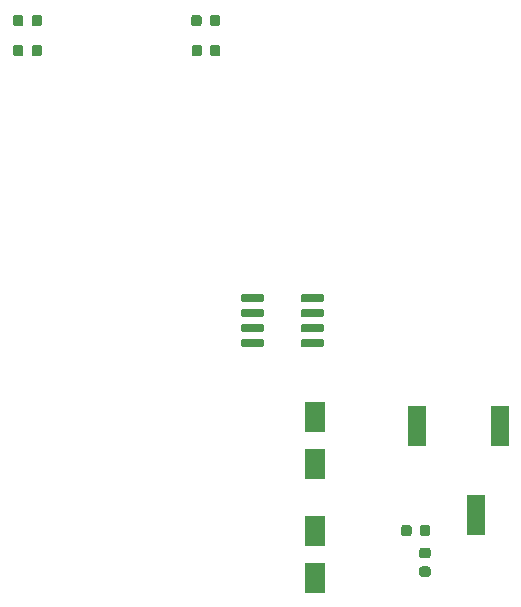
<source format=gbr>
G04 #@! TF.GenerationSoftware,KiCad,Pcbnew,(5.1.4)-1*
G04 #@! TF.CreationDate,2019-09-15T22:00:30-07:00*
G04 #@! TF.ProjectId,vacuum_pickup_tool,76616375-756d-45f7-9069-636b75705f74,rev?*
G04 #@! TF.SameCoordinates,Original*
G04 #@! TF.FileFunction,Paste,Top*
G04 #@! TF.FilePolarity,Positive*
%FSLAX46Y46*%
G04 Gerber Fmt 4.6, Leading zero omitted, Abs format (unit mm)*
G04 Created by KiCad (PCBNEW (5.1.4)-1) date 2019-09-15 22:00:30*
%MOMM*%
%LPD*%
G04 APERTURE LIST*
%ADD10R,1.800000X2.500000*%
%ADD11C,0.100000*%
%ADD12C,0.875000*%
%ADD13R,1.500000X3.500000*%
%ADD14C,0.650000*%
G04 APERTURE END LIST*
D10*
X35814000Y-40100000D03*
X35814000Y-36100000D03*
D11*
G36*
X12457691Y-4606053D02*
G01*
X12478926Y-4609203D01*
X12499750Y-4614419D01*
X12519962Y-4621651D01*
X12539368Y-4630830D01*
X12557781Y-4641866D01*
X12575024Y-4654654D01*
X12590930Y-4669070D01*
X12605346Y-4684976D01*
X12618134Y-4702219D01*
X12629170Y-4720632D01*
X12638349Y-4740038D01*
X12645581Y-4760250D01*
X12650797Y-4781074D01*
X12653947Y-4802309D01*
X12655000Y-4823750D01*
X12655000Y-5336250D01*
X12653947Y-5357691D01*
X12650797Y-5378926D01*
X12645581Y-5399750D01*
X12638349Y-5419962D01*
X12629170Y-5439368D01*
X12618134Y-5457781D01*
X12605346Y-5475024D01*
X12590930Y-5490930D01*
X12575024Y-5505346D01*
X12557781Y-5518134D01*
X12539368Y-5529170D01*
X12519962Y-5538349D01*
X12499750Y-5545581D01*
X12478926Y-5550797D01*
X12457691Y-5553947D01*
X12436250Y-5555000D01*
X11998750Y-5555000D01*
X11977309Y-5553947D01*
X11956074Y-5550797D01*
X11935250Y-5545581D01*
X11915038Y-5538349D01*
X11895632Y-5529170D01*
X11877219Y-5518134D01*
X11859976Y-5505346D01*
X11844070Y-5490930D01*
X11829654Y-5475024D01*
X11816866Y-5457781D01*
X11805830Y-5439368D01*
X11796651Y-5419962D01*
X11789419Y-5399750D01*
X11784203Y-5378926D01*
X11781053Y-5357691D01*
X11780000Y-5336250D01*
X11780000Y-4823750D01*
X11781053Y-4802309D01*
X11784203Y-4781074D01*
X11789419Y-4760250D01*
X11796651Y-4740038D01*
X11805830Y-4720632D01*
X11816866Y-4702219D01*
X11829654Y-4684976D01*
X11844070Y-4669070D01*
X11859976Y-4654654D01*
X11877219Y-4641866D01*
X11895632Y-4630830D01*
X11915038Y-4621651D01*
X11935250Y-4614419D01*
X11956074Y-4609203D01*
X11977309Y-4606053D01*
X11998750Y-4605000D01*
X12436250Y-4605000D01*
X12457691Y-4606053D01*
X12457691Y-4606053D01*
G37*
D12*
X12217500Y-5080000D03*
D11*
G36*
X10882691Y-4606053D02*
G01*
X10903926Y-4609203D01*
X10924750Y-4614419D01*
X10944962Y-4621651D01*
X10964368Y-4630830D01*
X10982781Y-4641866D01*
X11000024Y-4654654D01*
X11015930Y-4669070D01*
X11030346Y-4684976D01*
X11043134Y-4702219D01*
X11054170Y-4720632D01*
X11063349Y-4740038D01*
X11070581Y-4760250D01*
X11075797Y-4781074D01*
X11078947Y-4802309D01*
X11080000Y-4823750D01*
X11080000Y-5336250D01*
X11078947Y-5357691D01*
X11075797Y-5378926D01*
X11070581Y-5399750D01*
X11063349Y-5419962D01*
X11054170Y-5439368D01*
X11043134Y-5457781D01*
X11030346Y-5475024D01*
X11015930Y-5490930D01*
X11000024Y-5505346D01*
X10982781Y-5518134D01*
X10964368Y-5529170D01*
X10944962Y-5538349D01*
X10924750Y-5545581D01*
X10903926Y-5550797D01*
X10882691Y-5553947D01*
X10861250Y-5555000D01*
X10423750Y-5555000D01*
X10402309Y-5553947D01*
X10381074Y-5550797D01*
X10360250Y-5545581D01*
X10340038Y-5538349D01*
X10320632Y-5529170D01*
X10302219Y-5518134D01*
X10284976Y-5505346D01*
X10269070Y-5490930D01*
X10254654Y-5475024D01*
X10241866Y-5457781D01*
X10230830Y-5439368D01*
X10221651Y-5419962D01*
X10214419Y-5399750D01*
X10209203Y-5378926D01*
X10206053Y-5357691D01*
X10205000Y-5336250D01*
X10205000Y-4823750D01*
X10206053Y-4802309D01*
X10209203Y-4781074D01*
X10214419Y-4760250D01*
X10221651Y-4740038D01*
X10230830Y-4720632D01*
X10241866Y-4702219D01*
X10254654Y-4684976D01*
X10269070Y-4669070D01*
X10284976Y-4654654D01*
X10302219Y-4641866D01*
X10320632Y-4630830D01*
X10340038Y-4621651D01*
X10360250Y-4614419D01*
X10381074Y-4609203D01*
X10402309Y-4606053D01*
X10423750Y-4605000D01*
X10861250Y-4605000D01*
X10882691Y-4606053D01*
X10882691Y-4606053D01*
G37*
D12*
X10642500Y-5080000D03*
D11*
G36*
X12457691Y-2066053D02*
G01*
X12478926Y-2069203D01*
X12499750Y-2074419D01*
X12519962Y-2081651D01*
X12539368Y-2090830D01*
X12557781Y-2101866D01*
X12575024Y-2114654D01*
X12590930Y-2129070D01*
X12605346Y-2144976D01*
X12618134Y-2162219D01*
X12629170Y-2180632D01*
X12638349Y-2200038D01*
X12645581Y-2220250D01*
X12650797Y-2241074D01*
X12653947Y-2262309D01*
X12655000Y-2283750D01*
X12655000Y-2796250D01*
X12653947Y-2817691D01*
X12650797Y-2838926D01*
X12645581Y-2859750D01*
X12638349Y-2879962D01*
X12629170Y-2899368D01*
X12618134Y-2917781D01*
X12605346Y-2935024D01*
X12590930Y-2950930D01*
X12575024Y-2965346D01*
X12557781Y-2978134D01*
X12539368Y-2989170D01*
X12519962Y-2998349D01*
X12499750Y-3005581D01*
X12478926Y-3010797D01*
X12457691Y-3013947D01*
X12436250Y-3015000D01*
X11998750Y-3015000D01*
X11977309Y-3013947D01*
X11956074Y-3010797D01*
X11935250Y-3005581D01*
X11915038Y-2998349D01*
X11895632Y-2989170D01*
X11877219Y-2978134D01*
X11859976Y-2965346D01*
X11844070Y-2950930D01*
X11829654Y-2935024D01*
X11816866Y-2917781D01*
X11805830Y-2899368D01*
X11796651Y-2879962D01*
X11789419Y-2859750D01*
X11784203Y-2838926D01*
X11781053Y-2817691D01*
X11780000Y-2796250D01*
X11780000Y-2283750D01*
X11781053Y-2262309D01*
X11784203Y-2241074D01*
X11789419Y-2220250D01*
X11796651Y-2200038D01*
X11805830Y-2180632D01*
X11816866Y-2162219D01*
X11829654Y-2144976D01*
X11844070Y-2129070D01*
X11859976Y-2114654D01*
X11877219Y-2101866D01*
X11895632Y-2090830D01*
X11915038Y-2081651D01*
X11935250Y-2074419D01*
X11956074Y-2069203D01*
X11977309Y-2066053D01*
X11998750Y-2065000D01*
X12436250Y-2065000D01*
X12457691Y-2066053D01*
X12457691Y-2066053D01*
G37*
D12*
X12217500Y-2540000D03*
D11*
G36*
X10882691Y-2066053D02*
G01*
X10903926Y-2069203D01*
X10924750Y-2074419D01*
X10944962Y-2081651D01*
X10964368Y-2090830D01*
X10982781Y-2101866D01*
X11000024Y-2114654D01*
X11015930Y-2129070D01*
X11030346Y-2144976D01*
X11043134Y-2162219D01*
X11054170Y-2180632D01*
X11063349Y-2200038D01*
X11070581Y-2220250D01*
X11075797Y-2241074D01*
X11078947Y-2262309D01*
X11080000Y-2283750D01*
X11080000Y-2796250D01*
X11078947Y-2817691D01*
X11075797Y-2838926D01*
X11070581Y-2859750D01*
X11063349Y-2879962D01*
X11054170Y-2899368D01*
X11043134Y-2917781D01*
X11030346Y-2935024D01*
X11015930Y-2950930D01*
X11000024Y-2965346D01*
X10982781Y-2978134D01*
X10964368Y-2989170D01*
X10944962Y-2998349D01*
X10924750Y-3005581D01*
X10903926Y-3010797D01*
X10882691Y-3013947D01*
X10861250Y-3015000D01*
X10423750Y-3015000D01*
X10402309Y-3013947D01*
X10381074Y-3010797D01*
X10360250Y-3005581D01*
X10340038Y-2998349D01*
X10320632Y-2989170D01*
X10302219Y-2978134D01*
X10284976Y-2965346D01*
X10269070Y-2950930D01*
X10254654Y-2935024D01*
X10241866Y-2917781D01*
X10230830Y-2899368D01*
X10221651Y-2879962D01*
X10214419Y-2859750D01*
X10209203Y-2838926D01*
X10206053Y-2817691D01*
X10205000Y-2796250D01*
X10205000Y-2283750D01*
X10206053Y-2262309D01*
X10209203Y-2241074D01*
X10214419Y-2220250D01*
X10221651Y-2200038D01*
X10230830Y-2180632D01*
X10241866Y-2162219D01*
X10254654Y-2144976D01*
X10269070Y-2129070D01*
X10284976Y-2114654D01*
X10302219Y-2101866D01*
X10320632Y-2090830D01*
X10340038Y-2081651D01*
X10360250Y-2074419D01*
X10381074Y-2069203D01*
X10402309Y-2066053D01*
X10423750Y-2065000D01*
X10861250Y-2065000D01*
X10882691Y-2066053D01*
X10882691Y-2066053D01*
G37*
D12*
X10642500Y-2540000D03*
D10*
X35814000Y-49720000D03*
X35814000Y-45720000D03*
D13*
X51435000Y-36890000D03*
X49435000Y-44390000D03*
X44435000Y-36890000D03*
D11*
G36*
X45325191Y-45246053D02*
G01*
X45346426Y-45249203D01*
X45367250Y-45254419D01*
X45387462Y-45261651D01*
X45406868Y-45270830D01*
X45425281Y-45281866D01*
X45442524Y-45294654D01*
X45458430Y-45309070D01*
X45472846Y-45324976D01*
X45485634Y-45342219D01*
X45496670Y-45360632D01*
X45505849Y-45380038D01*
X45513081Y-45400250D01*
X45518297Y-45421074D01*
X45521447Y-45442309D01*
X45522500Y-45463750D01*
X45522500Y-45976250D01*
X45521447Y-45997691D01*
X45518297Y-46018926D01*
X45513081Y-46039750D01*
X45505849Y-46059962D01*
X45496670Y-46079368D01*
X45485634Y-46097781D01*
X45472846Y-46115024D01*
X45458430Y-46130930D01*
X45442524Y-46145346D01*
X45425281Y-46158134D01*
X45406868Y-46169170D01*
X45387462Y-46178349D01*
X45367250Y-46185581D01*
X45346426Y-46190797D01*
X45325191Y-46193947D01*
X45303750Y-46195000D01*
X44866250Y-46195000D01*
X44844809Y-46193947D01*
X44823574Y-46190797D01*
X44802750Y-46185581D01*
X44782538Y-46178349D01*
X44763132Y-46169170D01*
X44744719Y-46158134D01*
X44727476Y-46145346D01*
X44711570Y-46130930D01*
X44697154Y-46115024D01*
X44684366Y-46097781D01*
X44673330Y-46079368D01*
X44664151Y-46059962D01*
X44656919Y-46039750D01*
X44651703Y-46018926D01*
X44648553Y-45997691D01*
X44647500Y-45976250D01*
X44647500Y-45463750D01*
X44648553Y-45442309D01*
X44651703Y-45421074D01*
X44656919Y-45400250D01*
X44664151Y-45380038D01*
X44673330Y-45360632D01*
X44684366Y-45342219D01*
X44697154Y-45324976D01*
X44711570Y-45309070D01*
X44727476Y-45294654D01*
X44744719Y-45281866D01*
X44763132Y-45270830D01*
X44782538Y-45261651D01*
X44802750Y-45254419D01*
X44823574Y-45249203D01*
X44844809Y-45246053D01*
X44866250Y-45245000D01*
X45303750Y-45245000D01*
X45325191Y-45246053D01*
X45325191Y-45246053D01*
G37*
D12*
X45085000Y-45720000D03*
D11*
G36*
X43750191Y-45246053D02*
G01*
X43771426Y-45249203D01*
X43792250Y-45254419D01*
X43812462Y-45261651D01*
X43831868Y-45270830D01*
X43850281Y-45281866D01*
X43867524Y-45294654D01*
X43883430Y-45309070D01*
X43897846Y-45324976D01*
X43910634Y-45342219D01*
X43921670Y-45360632D01*
X43930849Y-45380038D01*
X43938081Y-45400250D01*
X43943297Y-45421074D01*
X43946447Y-45442309D01*
X43947500Y-45463750D01*
X43947500Y-45976250D01*
X43946447Y-45997691D01*
X43943297Y-46018926D01*
X43938081Y-46039750D01*
X43930849Y-46059962D01*
X43921670Y-46079368D01*
X43910634Y-46097781D01*
X43897846Y-46115024D01*
X43883430Y-46130930D01*
X43867524Y-46145346D01*
X43850281Y-46158134D01*
X43831868Y-46169170D01*
X43812462Y-46178349D01*
X43792250Y-46185581D01*
X43771426Y-46190797D01*
X43750191Y-46193947D01*
X43728750Y-46195000D01*
X43291250Y-46195000D01*
X43269809Y-46193947D01*
X43248574Y-46190797D01*
X43227750Y-46185581D01*
X43207538Y-46178349D01*
X43188132Y-46169170D01*
X43169719Y-46158134D01*
X43152476Y-46145346D01*
X43136570Y-46130930D01*
X43122154Y-46115024D01*
X43109366Y-46097781D01*
X43098330Y-46079368D01*
X43089151Y-46059962D01*
X43081919Y-46039750D01*
X43076703Y-46018926D01*
X43073553Y-45997691D01*
X43072500Y-45976250D01*
X43072500Y-45463750D01*
X43073553Y-45442309D01*
X43076703Y-45421074D01*
X43081919Y-45400250D01*
X43089151Y-45380038D01*
X43098330Y-45360632D01*
X43109366Y-45342219D01*
X43122154Y-45324976D01*
X43136570Y-45309070D01*
X43152476Y-45294654D01*
X43169719Y-45281866D01*
X43188132Y-45270830D01*
X43207538Y-45261651D01*
X43227750Y-45254419D01*
X43248574Y-45249203D01*
X43269809Y-45246053D01*
X43291250Y-45245000D01*
X43728750Y-45245000D01*
X43750191Y-45246053D01*
X43750191Y-45246053D01*
G37*
D12*
X43510000Y-45720000D03*
D11*
G36*
X25995691Y-4606053D02*
G01*
X26016926Y-4609203D01*
X26037750Y-4614419D01*
X26057962Y-4621651D01*
X26077368Y-4630830D01*
X26095781Y-4641866D01*
X26113024Y-4654654D01*
X26128930Y-4669070D01*
X26143346Y-4684976D01*
X26156134Y-4702219D01*
X26167170Y-4720632D01*
X26176349Y-4740038D01*
X26183581Y-4760250D01*
X26188797Y-4781074D01*
X26191947Y-4802309D01*
X26193000Y-4823750D01*
X26193000Y-5336250D01*
X26191947Y-5357691D01*
X26188797Y-5378926D01*
X26183581Y-5399750D01*
X26176349Y-5419962D01*
X26167170Y-5439368D01*
X26156134Y-5457781D01*
X26143346Y-5475024D01*
X26128930Y-5490930D01*
X26113024Y-5505346D01*
X26095781Y-5518134D01*
X26077368Y-5529170D01*
X26057962Y-5538349D01*
X26037750Y-5545581D01*
X26016926Y-5550797D01*
X25995691Y-5553947D01*
X25974250Y-5555000D01*
X25536750Y-5555000D01*
X25515309Y-5553947D01*
X25494074Y-5550797D01*
X25473250Y-5545581D01*
X25453038Y-5538349D01*
X25433632Y-5529170D01*
X25415219Y-5518134D01*
X25397976Y-5505346D01*
X25382070Y-5490930D01*
X25367654Y-5475024D01*
X25354866Y-5457781D01*
X25343830Y-5439368D01*
X25334651Y-5419962D01*
X25327419Y-5399750D01*
X25322203Y-5378926D01*
X25319053Y-5357691D01*
X25318000Y-5336250D01*
X25318000Y-4823750D01*
X25319053Y-4802309D01*
X25322203Y-4781074D01*
X25327419Y-4760250D01*
X25334651Y-4740038D01*
X25343830Y-4720632D01*
X25354866Y-4702219D01*
X25367654Y-4684976D01*
X25382070Y-4669070D01*
X25397976Y-4654654D01*
X25415219Y-4641866D01*
X25433632Y-4630830D01*
X25453038Y-4621651D01*
X25473250Y-4614419D01*
X25494074Y-4609203D01*
X25515309Y-4606053D01*
X25536750Y-4605000D01*
X25974250Y-4605000D01*
X25995691Y-4606053D01*
X25995691Y-4606053D01*
G37*
D12*
X25755500Y-5080000D03*
D11*
G36*
X27570691Y-4606053D02*
G01*
X27591926Y-4609203D01*
X27612750Y-4614419D01*
X27632962Y-4621651D01*
X27652368Y-4630830D01*
X27670781Y-4641866D01*
X27688024Y-4654654D01*
X27703930Y-4669070D01*
X27718346Y-4684976D01*
X27731134Y-4702219D01*
X27742170Y-4720632D01*
X27751349Y-4740038D01*
X27758581Y-4760250D01*
X27763797Y-4781074D01*
X27766947Y-4802309D01*
X27768000Y-4823750D01*
X27768000Y-5336250D01*
X27766947Y-5357691D01*
X27763797Y-5378926D01*
X27758581Y-5399750D01*
X27751349Y-5419962D01*
X27742170Y-5439368D01*
X27731134Y-5457781D01*
X27718346Y-5475024D01*
X27703930Y-5490930D01*
X27688024Y-5505346D01*
X27670781Y-5518134D01*
X27652368Y-5529170D01*
X27632962Y-5538349D01*
X27612750Y-5545581D01*
X27591926Y-5550797D01*
X27570691Y-5553947D01*
X27549250Y-5555000D01*
X27111750Y-5555000D01*
X27090309Y-5553947D01*
X27069074Y-5550797D01*
X27048250Y-5545581D01*
X27028038Y-5538349D01*
X27008632Y-5529170D01*
X26990219Y-5518134D01*
X26972976Y-5505346D01*
X26957070Y-5490930D01*
X26942654Y-5475024D01*
X26929866Y-5457781D01*
X26918830Y-5439368D01*
X26909651Y-5419962D01*
X26902419Y-5399750D01*
X26897203Y-5378926D01*
X26894053Y-5357691D01*
X26893000Y-5336250D01*
X26893000Y-4823750D01*
X26894053Y-4802309D01*
X26897203Y-4781074D01*
X26902419Y-4760250D01*
X26909651Y-4740038D01*
X26918830Y-4720632D01*
X26929866Y-4702219D01*
X26942654Y-4684976D01*
X26957070Y-4669070D01*
X26972976Y-4654654D01*
X26990219Y-4641866D01*
X27008632Y-4630830D01*
X27028038Y-4621651D01*
X27048250Y-4614419D01*
X27069074Y-4609203D01*
X27090309Y-4606053D01*
X27111750Y-4605000D01*
X27549250Y-4605000D01*
X27570691Y-4606053D01*
X27570691Y-4606053D01*
G37*
D12*
X27330500Y-5080000D03*
D11*
G36*
X25970191Y-2066053D02*
G01*
X25991426Y-2069203D01*
X26012250Y-2074419D01*
X26032462Y-2081651D01*
X26051868Y-2090830D01*
X26070281Y-2101866D01*
X26087524Y-2114654D01*
X26103430Y-2129070D01*
X26117846Y-2144976D01*
X26130634Y-2162219D01*
X26141670Y-2180632D01*
X26150849Y-2200038D01*
X26158081Y-2220250D01*
X26163297Y-2241074D01*
X26166447Y-2262309D01*
X26167500Y-2283750D01*
X26167500Y-2796250D01*
X26166447Y-2817691D01*
X26163297Y-2838926D01*
X26158081Y-2859750D01*
X26150849Y-2879962D01*
X26141670Y-2899368D01*
X26130634Y-2917781D01*
X26117846Y-2935024D01*
X26103430Y-2950930D01*
X26087524Y-2965346D01*
X26070281Y-2978134D01*
X26051868Y-2989170D01*
X26032462Y-2998349D01*
X26012250Y-3005581D01*
X25991426Y-3010797D01*
X25970191Y-3013947D01*
X25948750Y-3015000D01*
X25511250Y-3015000D01*
X25489809Y-3013947D01*
X25468574Y-3010797D01*
X25447750Y-3005581D01*
X25427538Y-2998349D01*
X25408132Y-2989170D01*
X25389719Y-2978134D01*
X25372476Y-2965346D01*
X25356570Y-2950930D01*
X25342154Y-2935024D01*
X25329366Y-2917781D01*
X25318330Y-2899368D01*
X25309151Y-2879962D01*
X25301919Y-2859750D01*
X25296703Y-2838926D01*
X25293553Y-2817691D01*
X25292500Y-2796250D01*
X25292500Y-2283750D01*
X25293553Y-2262309D01*
X25296703Y-2241074D01*
X25301919Y-2220250D01*
X25309151Y-2200038D01*
X25318330Y-2180632D01*
X25329366Y-2162219D01*
X25342154Y-2144976D01*
X25356570Y-2129070D01*
X25372476Y-2114654D01*
X25389719Y-2101866D01*
X25408132Y-2090830D01*
X25427538Y-2081651D01*
X25447750Y-2074419D01*
X25468574Y-2069203D01*
X25489809Y-2066053D01*
X25511250Y-2065000D01*
X25948750Y-2065000D01*
X25970191Y-2066053D01*
X25970191Y-2066053D01*
G37*
D12*
X25730000Y-2540000D03*
D11*
G36*
X27545191Y-2066053D02*
G01*
X27566426Y-2069203D01*
X27587250Y-2074419D01*
X27607462Y-2081651D01*
X27626868Y-2090830D01*
X27645281Y-2101866D01*
X27662524Y-2114654D01*
X27678430Y-2129070D01*
X27692846Y-2144976D01*
X27705634Y-2162219D01*
X27716670Y-2180632D01*
X27725849Y-2200038D01*
X27733081Y-2220250D01*
X27738297Y-2241074D01*
X27741447Y-2262309D01*
X27742500Y-2283750D01*
X27742500Y-2796250D01*
X27741447Y-2817691D01*
X27738297Y-2838926D01*
X27733081Y-2859750D01*
X27725849Y-2879962D01*
X27716670Y-2899368D01*
X27705634Y-2917781D01*
X27692846Y-2935024D01*
X27678430Y-2950930D01*
X27662524Y-2965346D01*
X27645281Y-2978134D01*
X27626868Y-2989170D01*
X27607462Y-2998349D01*
X27587250Y-3005581D01*
X27566426Y-3010797D01*
X27545191Y-3013947D01*
X27523750Y-3015000D01*
X27086250Y-3015000D01*
X27064809Y-3013947D01*
X27043574Y-3010797D01*
X27022750Y-3005581D01*
X27002538Y-2998349D01*
X26983132Y-2989170D01*
X26964719Y-2978134D01*
X26947476Y-2965346D01*
X26931570Y-2950930D01*
X26917154Y-2935024D01*
X26904366Y-2917781D01*
X26893330Y-2899368D01*
X26884151Y-2879962D01*
X26876919Y-2859750D01*
X26871703Y-2838926D01*
X26868553Y-2817691D01*
X26867500Y-2796250D01*
X26867500Y-2283750D01*
X26868553Y-2262309D01*
X26871703Y-2241074D01*
X26876919Y-2220250D01*
X26884151Y-2200038D01*
X26893330Y-2180632D01*
X26904366Y-2162219D01*
X26917154Y-2144976D01*
X26931570Y-2129070D01*
X26947476Y-2114654D01*
X26964719Y-2101866D01*
X26983132Y-2090830D01*
X27002538Y-2081651D01*
X27022750Y-2074419D01*
X27043574Y-2069203D01*
X27064809Y-2066053D01*
X27086250Y-2065000D01*
X27523750Y-2065000D01*
X27545191Y-2066053D01*
X27545191Y-2066053D01*
G37*
D12*
X27305000Y-2540000D03*
D11*
G36*
X45362691Y-48763553D02*
G01*
X45383926Y-48766703D01*
X45404750Y-48771919D01*
X45424962Y-48779151D01*
X45444368Y-48788330D01*
X45462781Y-48799366D01*
X45480024Y-48812154D01*
X45495930Y-48826570D01*
X45510346Y-48842476D01*
X45523134Y-48859719D01*
X45534170Y-48878132D01*
X45543349Y-48897538D01*
X45550581Y-48917750D01*
X45555797Y-48938574D01*
X45558947Y-48959809D01*
X45560000Y-48981250D01*
X45560000Y-49418750D01*
X45558947Y-49440191D01*
X45555797Y-49461426D01*
X45550581Y-49482250D01*
X45543349Y-49502462D01*
X45534170Y-49521868D01*
X45523134Y-49540281D01*
X45510346Y-49557524D01*
X45495930Y-49573430D01*
X45480024Y-49587846D01*
X45462781Y-49600634D01*
X45444368Y-49611670D01*
X45424962Y-49620849D01*
X45404750Y-49628081D01*
X45383926Y-49633297D01*
X45362691Y-49636447D01*
X45341250Y-49637500D01*
X44828750Y-49637500D01*
X44807309Y-49636447D01*
X44786074Y-49633297D01*
X44765250Y-49628081D01*
X44745038Y-49620849D01*
X44725632Y-49611670D01*
X44707219Y-49600634D01*
X44689976Y-49587846D01*
X44674070Y-49573430D01*
X44659654Y-49557524D01*
X44646866Y-49540281D01*
X44635830Y-49521868D01*
X44626651Y-49502462D01*
X44619419Y-49482250D01*
X44614203Y-49461426D01*
X44611053Y-49440191D01*
X44610000Y-49418750D01*
X44610000Y-48981250D01*
X44611053Y-48959809D01*
X44614203Y-48938574D01*
X44619419Y-48917750D01*
X44626651Y-48897538D01*
X44635830Y-48878132D01*
X44646866Y-48859719D01*
X44659654Y-48842476D01*
X44674070Y-48826570D01*
X44689976Y-48812154D01*
X44707219Y-48799366D01*
X44725632Y-48788330D01*
X44745038Y-48779151D01*
X44765250Y-48771919D01*
X44786074Y-48766703D01*
X44807309Y-48763553D01*
X44828750Y-48762500D01*
X45341250Y-48762500D01*
X45362691Y-48763553D01*
X45362691Y-48763553D01*
G37*
D12*
X45085000Y-49200000D03*
D11*
G36*
X45362691Y-47188553D02*
G01*
X45383926Y-47191703D01*
X45404750Y-47196919D01*
X45424962Y-47204151D01*
X45444368Y-47213330D01*
X45462781Y-47224366D01*
X45480024Y-47237154D01*
X45495930Y-47251570D01*
X45510346Y-47267476D01*
X45523134Y-47284719D01*
X45534170Y-47303132D01*
X45543349Y-47322538D01*
X45550581Y-47342750D01*
X45555797Y-47363574D01*
X45558947Y-47384809D01*
X45560000Y-47406250D01*
X45560000Y-47843750D01*
X45558947Y-47865191D01*
X45555797Y-47886426D01*
X45550581Y-47907250D01*
X45543349Y-47927462D01*
X45534170Y-47946868D01*
X45523134Y-47965281D01*
X45510346Y-47982524D01*
X45495930Y-47998430D01*
X45480024Y-48012846D01*
X45462781Y-48025634D01*
X45444368Y-48036670D01*
X45424962Y-48045849D01*
X45404750Y-48053081D01*
X45383926Y-48058297D01*
X45362691Y-48061447D01*
X45341250Y-48062500D01*
X44828750Y-48062500D01*
X44807309Y-48061447D01*
X44786074Y-48058297D01*
X44765250Y-48053081D01*
X44745038Y-48045849D01*
X44725632Y-48036670D01*
X44707219Y-48025634D01*
X44689976Y-48012846D01*
X44674070Y-47998430D01*
X44659654Y-47982524D01*
X44646866Y-47965281D01*
X44635830Y-47946868D01*
X44626651Y-47927462D01*
X44619419Y-47907250D01*
X44614203Y-47886426D01*
X44611053Y-47865191D01*
X44610000Y-47843750D01*
X44610000Y-47406250D01*
X44611053Y-47384809D01*
X44614203Y-47363574D01*
X44619419Y-47342750D01*
X44626651Y-47322538D01*
X44635830Y-47303132D01*
X44646866Y-47284719D01*
X44659654Y-47267476D01*
X44674070Y-47251570D01*
X44689976Y-47237154D01*
X44707219Y-47224366D01*
X44725632Y-47213330D01*
X44745038Y-47204151D01*
X44765250Y-47196919D01*
X44786074Y-47191703D01*
X44807309Y-47188553D01*
X44828750Y-47187500D01*
X45341250Y-47187500D01*
X45362691Y-47188553D01*
X45362691Y-47188553D01*
G37*
D12*
X45085000Y-47625000D03*
D11*
G36*
X36398428Y-25710782D02*
G01*
X36414202Y-25713122D01*
X36429671Y-25716997D01*
X36444686Y-25722370D01*
X36459102Y-25729188D01*
X36472780Y-25737386D01*
X36485589Y-25746886D01*
X36497405Y-25757595D01*
X36508114Y-25769411D01*
X36517614Y-25782220D01*
X36525812Y-25795898D01*
X36532630Y-25810314D01*
X36538003Y-25825329D01*
X36541878Y-25840798D01*
X36544218Y-25856572D01*
X36545000Y-25872500D01*
X36545000Y-26197500D01*
X36544218Y-26213428D01*
X36541878Y-26229202D01*
X36538003Y-26244671D01*
X36532630Y-26259686D01*
X36525812Y-26274102D01*
X36517614Y-26287780D01*
X36508114Y-26300589D01*
X36497405Y-26312405D01*
X36485589Y-26323114D01*
X36472780Y-26332614D01*
X36459102Y-26340812D01*
X36444686Y-26347630D01*
X36429671Y-26353003D01*
X36414202Y-26356878D01*
X36398428Y-26359218D01*
X36382500Y-26360000D01*
X34732500Y-26360000D01*
X34716572Y-26359218D01*
X34700798Y-26356878D01*
X34685329Y-26353003D01*
X34670314Y-26347630D01*
X34655898Y-26340812D01*
X34642220Y-26332614D01*
X34629411Y-26323114D01*
X34617595Y-26312405D01*
X34606886Y-26300589D01*
X34597386Y-26287780D01*
X34589188Y-26274102D01*
X34582370Y-26259686D01*
X34576997Y-26244671D01*
X34573122Y-26229202D01*
X34570782Y-26213428D01*
X34570000Y-26197500D01*
X34570000Y-25872500D01*
X34570782Y-25856572D01*
X34573122Y-25840798D01*
X34576997Y-25825329D01*
X34582370Y-25810314D01*
X34589188Y-25795898D01*
X34597386Y-25782220D01*
X34606886Y-25769411D01*
X34617595Y-25757595D01*
X34629411Y-25746886D01*
X34642220Y-25737386D01*
X34655898Y-25729188D01*
X34670314Y-25722370D01*
X34685329Y-25716997D01*
X34700798Y-25713122D01*
X34716572Y-25710782D01*
X34732500Y-25710000D01*
X36382500Y-25710000D01*
X36398428Y-25710782D01*
X36398428Y-25710782D01*
G37*
D14*
X35557500Y-26035000D03*
D11*
G36*
X36398428Y-26980782D02*
G01*
X36414202Y-26983122D01*
X36429671Y-26986997D01*
X36444686Y-26992370D01*
X36459102Y-26999188D01*
X36472780Y-27007386D01*
X36485589Y-27016886D01*
X36497405Y-27027595D01*
X36508114Y-27039411D01*
X36517614Y-27052220D01*
X36525812Y-27065898D01*
X36532630Y-27080314D01*
X36538003Y-27095329D01*
X36541878Y-27110798D01*
X36544218Y-27126572D01*
X36545000Y-27142500D01*
X36545000Y-27467500D01*
X36544218Y-27483428D01*
X36541878Y-27499202D01*
X36538003Y-27514671D01*
X36532630Y-27529686D01*
X36525812Y-27544102D01*
X36517614Y-27557780D01*
X36508114Y-27570589D01*
X36497405Y-27582405D01*
X36485589Y-27593114D01*
X36472780Y-27602614D01*
X36459102Y-27610812D01*
X36444686Y-27617630D01*
X36429671Y-27623003D01*
X36414202Y-27626878D01*
X36398428Y-27629218D01*
X36382500Y-27630000D01*
X34732500Y-27630000D01*
X34716572Y-27629218D01*
X34700798Y-27626878D01*
X34685329Y-27623003D01*
X34670314Y-27617630D01*
X34655898Y-27610812D01*
X34642220Y-27602614D01*
X34629411Y-27593114D01*
X34617595Y-27582405D01*
X34606886Y-27570589D01*
X34597386Y-27557780D01*
X34589188Y-27544102D01*
X34582370Y-27529686D01*
X34576997Y-27514671D01*
X34573122Y-27499202D01*
X34570782Y-27483428D01*
X34570000Y-27467500D01*
X34570000Y-27142500D01*
X34570782Y-27126572D01*
X34573122Y-27110798D01*
X34576997Y-27095329D01*
X34582370Y-27080314D01*
X34589188Y-27065898D01*
X34597386Y-27052220D01*
X34606886Y-27039411D01*
X34617595Y-27027595D01*
X34629411Y-27016886D01*
X34642220Y-27007386D01*
X34655898Y-26999188D01*
X34670314Y-26992370D01*
X34685329Y-26986997D01*
X34700798Y-26983122D01*
X34716572Y-26980782D01*
X34732500Y-26980000D01*
X36382500Y-26980000D01*
X36398428Y-26980782D01*
X36398428Y-26980782D01*
G37*
D14*
X35557500Y-27305000D03*
D11*
G36*
X36398428Y-28250782D02*
G01*
X36414202Y-28253122D01*
X36429671Y-28256997D01*
X36444686Y-28262370D01*
X36459102Y-28269188D01*
X36472780Y-28277386D01*
X36485589Y-28286886D01*
X36497405Y-28297595D01*
X36508114Y-28309411D01*
X36517614Y-28322220D01*
X36525812Y-28335898D01*
X36532630Y-28350314D01*
X36538003Y-28365329D01*
X36541878Y-28380798D01*
X36544218Y-28396572D01*
X36545000Y-28412500D01*
X36545000Y-28737500D01*
X36544218Y-28753428D01*
X36541878Y-28769202D01*
X36538003Y-28784671D01*
X36532630Y-28799686D01*
X36525812Y-28814102D01*
X36517614Y-28827780D01*
X36508114Y-28840589D01*
X36497405Y-28852405D01*
X36485589Y-28863114D01*
X36472780Y-28872614D01*
X36459102Y-28880812D01*
X36444686Y-28887630D01*
X36429671Y-28893003D01*
X36414202Y-28896878D01*
X36398428Y-28899218D01*
X36382500Y-28900000D01*
X34732500Y-28900000D01*
X34716572Y-28899218D01*
X34700798Y-28896878D01*
X34685329Y-28893003D01*
X34670314Y-28887630D01*
X34655898Y-28880812D01*
X34642220Y-28872614D01*
X34629411Y-28863114D01*
X34617595Y-28852405D01*
X34606886Y-28840589D01*
X34597386Y-28827780D01*
X34589188Y-28814102D01*
X34582370Y-28799686D01*
X34576997Y-28784671D01*
X34573122Y-28769202D01*
X34570782Y-28753428D01*
X34570000Y-28737500D01*
X34570000Y-28412500D01*
X34570782Y-28396572D01*
X34573122Y-28380798D01*
X34576997Y-28365329D01*
X34582370Y-28350314D01*
X34589188Y-28335898D01*
X34597386Y-28322220D01*
X34606886Y-28309411D01*
X34617595Y-28297595D01*
X34629411Y-28286886D01*
X34642220Y-28277386D01*
X34655898Y-28269188D01*
X34670314Y-28262370D01*
X34685329Y-28256997D01*
X34700798Y-28253122D01*
X34716572Y-28250782D01*
X34732500Y-28250000D01*
X36382500Y-28250000D01*
X36398428Y-28250782D01*
X36398428Y-28250782D01*
G37*
D14*
X35557500Y-28575000D03*
D11*
G36*
X36398428Y-29520782D02*
G01*
X36414202Y-29523122D01*
X36429671Y-29526997D01*
X36444686Y-29532370D01*
X36459102Y-29539188D01*
X36472780Y-29547386D01*
X36485589Y-29556886D01*
X36497405Y-29567595D01*
X36508114Y-29579411D01*
X36517614Y-29592220D01*
X36525812Y-29605898D01*
X36532630Y-29620314D01*
X36538003Y-29635329D01*
X36541878Y-29650798D01*
X36544218Y-29666572D01*
X36545000Y-29682500D01*
X36545000Y-30007500D01*
X36544218Y-30023428D01*
X36541878Y-30039202D01*
X36538003Y-30054671D01*
X36532630Y-30069686D01*
X36525812Y-30084102D01*
X36517614Y-30097780D01*
X36508114Y-30110589D01*
X36497405Y-30122405D01*
X36485589Y-30133114D01*
X36472780Y-30142614D01*
X36459102Y-30150812D01*
X36444686Y-30157630D01*
X36429671Y-30163003D01*
X36414202Y-30166878D01*
X36398428Y-30169218D01*
X36382500Y-30170000D01*
X34732500Y-30170000D01*
X34716572Y-30169218D01*
X34700798Y-30166878D01*
X34685329Y-30163003D01*
X34670314Y-30157630D01*
X34655898Y-30150812D01*
X34642220Y-30142614D01*
X34629411Y-30133114D01*
X34617595Y-30122405D01*
X34606886Y-30110589D01*
X34597386Y-30097780D01*
X34589188Y-30084102D01*
X34582370Y-30069686D01*
X34576997Y-30054671D01*
X34573122Y-30039202D01*
X34570782Y-30023428D01*
X34570000Y-30007500D01*
X34570000Y-29682500D01*
X34570782Y-29666572D01*
X34573122Y-29650798D01*
X34576997Y-29635329D01*
X34582370Y-29620314D01*
X34589188Y-29605898D01*
X34597386Y-29592220D01*
X34606886Y-29579411D01*
X34617595Y-29567595D01*
X34629411Y-29556886D01*
X34642220Y-29547386D01*
X34655898Y-29539188D01*
X34670314Y-29532370D01*
X34685329Y-29526997D01*
X34700798Y-29523122D01*
X34716572Y-29520782D01*
X34732500Y-29520000D01*
X36382500Y-29520000D01*
X36398428Y-29520782D01*
X36398428Y-29520782D01*
G37*
D14*
X35557500Y-29845000D03*
D11*
G36*
X31323428Y-29520782D02*
G01*
X31339202Y-29523122D01*
X31354671Y-29526997D01*
X31369686Y-29532370D01*
X31384102Y-29539188D01*
X31397780Y-29547386D01*
X31410589Y-29556886D01*
X31422405Y-29567595D01*
X31433114Y-29579411D01*
X31442614Y-29592220D01*
X31450812Y-29605898D01*
X31457630Y-29620314D01*
X31463003Y-29635329D01*
X31466878Y-29650798D01*
X31469218Y-29666572D01*
X31470000Y-29682500D01*
X31470000Y-30007500D01*
X31469218Y-30023428D01*
X31466878Y-30039202D01*
X31463003Y-30054671D01*
X31457630Y-30069686D01*
X31450812Y-30084102D01*
X31442614Y-30097780D01*
X31433114Y-30110589D01*
X31422405Y-30122405D01*
X31410589Y-30133114D01*
X31397780Y-30142614D01*
X31384102Y-30150812D01*
X31369686Y-30157630D01*
X31354671Y-30163003D01*
X31339202Y-30166878D01*
X31323428Y-30169218D01*
X31307500Y-30170000D01*
X29657500Y-30170000D01*
X29641572Y-30169218D01*
X29625798Y-30166878D01*
X29610329Y-30163003D01*
X29595314Y-30157630D01*
X29580898Y-30150812D01*
X29567220Y-30142614D01*
X29554411Y-30133114D01*
X29542595Y-30122405D01*
X29531886Y-30110589D01*
X29522386Y-30097780D01*
X29514188Y-30084102D01*
X29507370Y-30069686D01*
X29501997Y-30054671D01*
X29498122Y-30039202D01*
X29495782Y-30023428D01*
X29495000Y-30007500D01*
X29495000Y-29682500D01*
X29495782Y-29666572D01*
X29498122Y-29650798D01*
X29501997Y-29635329D01*
X29507370Y-29620314D01*
X29514188Y-29605898D01*
X29522386Y-29592220D01*
X29531886Y-29579411D01*
X29542595Y-29567595D01*
X29554411Y-29556886D01*
X29567220Y-29547386D01*
X29580898Y-29539188D01*
X29595314Y-29532370D01*
X29610329Y-29526997D01*
X29625798Y-29523122D01*
X29641572Y-29520782D01*
X29657500Y-29520000D01*
X31307500Y-29520000D01*
X31323428Y-29520782D01*
X31323428Y-29520782D01*
G37*
D14*
X30482500Y-29845000D03*
D11*
G36*
X31323428Y-28250782D02*
G01*
X31339202Y-28253122D01*
X31354671Y-28256997D01*
X31369686Y-28262370D01*
X31384102Y-28269188D01*
X31397780Y-28277386D01*
X31410589Y-28286886D01*
X31422405Y-28297595D01*
X31433114Y-28309411D01*
X31442614Y-28322220D01*
X31450812Y-28335898D01*
X31457630Y-28350314D01*
X31463003Y-28365329D01*
X31466878Y-28380798D01*
X31469218Y-28396572D01*
X31470000Y-28412500D01*
X31470000Y-28737500D01*
X31469218Y-28753428D01*
X31466878Y-28769202D01*
X31463003Y-28784671D01*
X31457630Y-28799686D01*
X31450812Y-28814102D01*
X31442614Y-28827780D01*
X31433114Y-28840589D01*
X31422405Y-28852405D01*
X31410589Y-28863114D01*
X31397780Y-28872614D01*
X31384102Y-28880812D01*
X31369686Y-28887630D01*
X31354671Y-28893003D01*
X31339202Y-28896878D01*
X31323428Y-28899218D01*
X31307500Y-28900000D01*
X29657500Y-28900000D01*
X29641572Y-28899218D01*
X29625798Y-28896878D01*
X29610329Y-28893003D01*
X29595314Y-28887630D01*
X29580898Y-28880812D01*
X29567220Y-28872614D01*
X29554411Y-28863114D01*
X29542595Y-28852405D01*
X29531886Y-28840589D01*
X29522386Y-28827780D01*
X29514188Y-28814102D01*
X29507370Y-28799686D01*
X29501997Y-28784671D01*
X29498122Y-28769202D01*
X29495782Y-28753428D01*
X29495000Y-28737500D01*
X29495000Y-28412500D01*
X29495782Y-28396572D01*
X29498122Y-28380798D01*
X29501997Y-28365329D01*
X29507370Y-28350314D01*
X29514188Y-28335898D01*
X29522386Y-28322220D01*
X29531886Y-28309411D01*
X29542595Y-28297595D01*
X29554411Y-28286886D01*
X29567220Y-28277386D01*
X29580898Y-28269188D01*
X29595314Y-28262370D01*
X29610329Y-28256997D01*
X29625798Y-28253122D01*
X29641572Y-28250782D01*
X29657500Y-28250000D01*
X31307500Y-28250000D01*
X31323428Y-28250782D01*
X31323428Y-28250782D01*
G37*
D14*
X30482500Y-28575000D03*
D11*
G36*
X31323428Y-26980782D02*
G01*
X31339202Y-26983122D01*
X31354671Y-26986997D01*
X31369686Y-26992370D01*
X31384102Y-26999188D01*
X31397780Y-27007386D01*
X31410589Y-27016886D01*
X31422405Y-27027595D01*
X31433114Y-27039411D01*
X31442614Y-27052220D01*
X31450812Y-27065898D01*
X31457630Y-27080314D01*
X31463003Y-27095329D01*
X31466878Y-27110798D01*
X31469218Y-27126572D01*
X31470000Y-27142500D01*
X31470000Y-27467500D01*
X31469218Y-27483428D01*
X31466878Y-27499202D01*
X31463003Y-27514671D01*
X31457630Y-27529686D01*
X31450812Y-27544102D01*
X31442614Y-27557780D01*
X31433114Y-27570589D01*
X31422405Y-27582405D01*
X31410589Y-27593114D01*
X31397780Y-27602614D01*
X31384102Y-27610812D01*
X31369686Y-27617630D01*
X31354671Y-27623003D01*
X31339202Y-27626878D01*
X31323428Y-27629218D01*
X31307500Y-27630000D01*
X29657500Y-27630000D01*
X29641572Y-27629218D01*
X29625798Y-27626878D01*
X29610329Y-27623003D01*
X29595314Y-27617630D01*
X29580898Y-27610812D01*
X29567220Y-27602614D01*
X29554411Y-27593114D01*
X29542595Y-27582405D01*
X29531886Y-27570589D01*
X29522386Y-27557780D01*
X29514188Y-27544102D01*
X29507370Y-27529686D01*
X29501997Y-27514671D01*
X29498122Y-27499202D01*
X29495782Y-27483428D01*
X29495000Y-27467500D01*
X29495000Y-27142500D01*
X29495782Y-27126572D01*
X29498122Y-27110798D01*
X29501997Y-27095329D01*
X29507370Y-27080314D01*
X29514188Y-27065898D01*
X29522386Y-27052220D01*
X29531886Y-27039411D01*
X29542595Y-27027595D01*
X29554411Y-27016886D01*
X29567220Y-27007386D01*
X29580898Y-26999188D01*
X29595314Y-26992370D01*
X29610329Y-26986997D01*
X29625798Y-26983122D01*
X29641572Y-26980782D01*
X29657500Y-26980000D01*
X31307500Y-26980000D01*
X31323428Y-26980782D01*
X31323428Y-26980782D01*
G37*
D14*
X30482500Y-27305000D03*
D11*
G36*
X31323428Y-25710782D02*
G01*
X31339202Y-25713122D01*
X31354671Y-25716997D01*
X31369686Y-25722370D01*
X31384102Y-25729188D01*
X31397780Y-25737386D01*
X31410589Y-25746886D01*
X31422405Y-25757595D01*
X31433114Y-25769411D01*
X31442614Y-25782220D01*
X31450812Y-25795898D01*
X31457630Y-25810314D01*
X31463003Y-25825329D01*
X31466878Y-25840798D01*
X31469218Y-25856572D01*
X31470000Y-25872500D01*
X31470000Y-26197500D01*
X31469218Y-26213428D01*
X31466878Y-26229202D01*
X31463003Y-26244671D01*
X31457630Y-26259686D01*
X31450812Y-26274102D01*
X31442614Y-26287780D01*
X31433114Y-26300589D01*
X31422405Y-26312405D01*
X31410589Y-26323114D01*
X31397780Y-26332614D01*
X31384102Y-26340812D01*
X31369686Y-26347630D01*
X31354671Y-26353003D01*
X31339202Y-26356878D01*
X31323428Y-26359218D01*
X31307500Y-26360000D01*
X29657500Y-26360000D01*
X29641572Y-26359218D01*
X29625798Y-26356878D01*
X29610329Y-26353003D01*
X29595314Y-26347630D01*
X29580898Y-26340812D01*
X29567220Y-26332614D01*
X29554411Y-26323114D01*
X29542595Y-26312405D01*
X29531886Y-26300589D01*
X29522386Y-26287780D01*
X29514188Y-26274102D01*
X29507370Y-26259686D01*
X29501997Y-26244671D01*
X29498122Y-26229202D01*
X29495782Y-26213428D01*
X29495000Y-26197500D01*
X29495000Y-25872500D01*
X29495782Y-25856572D01*
X29498122Y-25840798D01*
X29501997Y-25825329D01*
X29507370Y-25810314D01*
X29514188Y-25795898D01*
X29522386Y-25782220D01*
X29531886Y-25769411D01*
X29542595Y-25757595D01*
X29554411Y-25746886D01*
X29567220Y-25737386D01*
X29580898Y-25729188D01*
X29595314Y-25722370D01*
X29610329Y-25716997D01*
X29625798Y-25713122D01*
X29641572Y-25710782D01*
X29657500Y-25710000D01*
X31307500Y-25710000D01*
X31323428Y-25710782D01*
X31323428Y-25710782D01*
G37*
D14*
X30482500Y-26035000D03*
M02*

</source>
